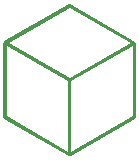
<source format=gto>
G04 ---------------------------- Layer name :TOP SILK LAYER*
G04 easyEDA 0.1*
G04 Scale: 100 percent, Rotated: No, Reflected: No *
G04 Dimensions in inches *
G04 leading zeros omitted , absolute positions ,2 integer and 4 * 
%FSLAX24Y24*%
%MOIN*%
G90*
G70D02*


%LPD*%

%LPD*%
G36*
G01X12027Y7000D02*
G01X12027Y7000D01*
G01X12027Y7032D01*
G01X9863Y8281D01*
G01X9809Y8281D01*
G01X7667Y7043D01*
G01X7667Y7000D01*
G01X7634Y6978D01*
G01X7634Y4513D01*
G01X7667Y4459D01*
G01X9820Y3210D01*
G01X9841Y3232D01*
G01X9874Y3210D01*
G01X12027Y4459D01*
G01X12059Y4513D01*
G01X12059Y6978D01*
G01X12027Y7000D01*
G37*

%LPC*%
G36*
G01X9788Y3361D02*
G01X9788Y3361D01*
G01X7753Y4545D01*
G01X7753Y6881D01*
G01X9788Y5708D01*
G01X9788Y3361D01*
G37*
G36*
G01X9852Y5815D02*
G01X9852Y5815D01*
G01X7807Y6989D01*
G01X9841Y8162D01*
G01X11887Y6989D01*
G01X9852Y5815D01*
G37*
G36*
G01X11941Y4545D02*
G01X11941Y4545D01*
G01X9906Y3361D01*
G01X9906Y5708D01*
G01X11941Y6881D01*
G01X11941Y4545D01*
G37*

%LPD*%

M00*
M02*
</source>
